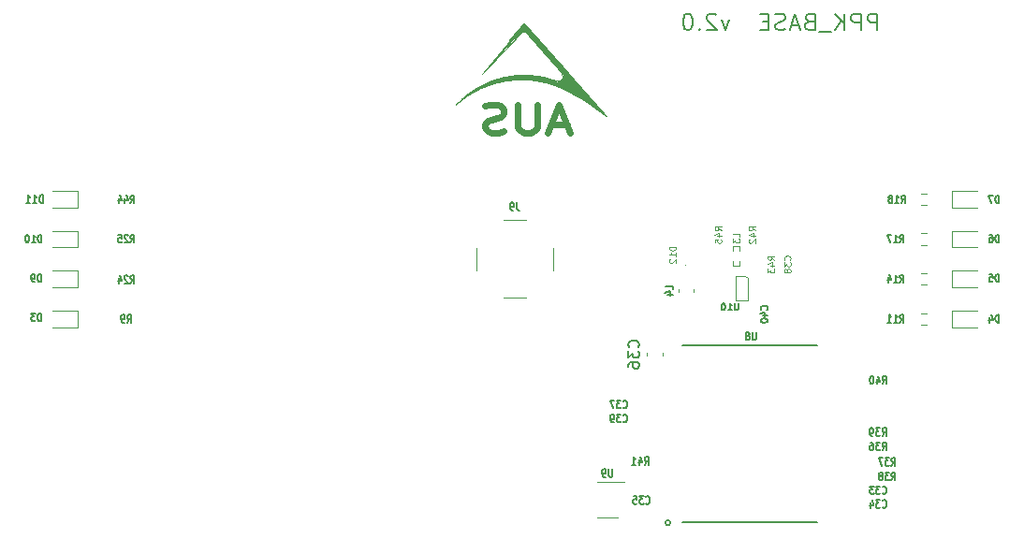
<source format=gbr>
G04 #@! TF.FileFunction,Legend,Bot*
%FSLAX46Y46*%
G04 Gerber Fmt 4.6, Leading zero omitted, Abs format (unit mm)*
G04 Created by KiCad (PCBNEW 4.0.7) date 05/21/18 17:19:51*
%MOMM*%
%LPD*%
G01*
G04 APERTURE LIST*
%ADD10C,0.100000*%
%ADD11C,0.200000*%
%ADD12C,0.150000*%
%ADD13C,0.120000*%
%ADD14C,0.040000*%
%ADD15C,0.190000*%
%ADD16C,0.500000*%
%ADD17C,0.130000*%
%ADD18C,0.625000*%
G04 APERTURE END LIST*
D10*
D11*
X177786999Y-64305571D02*
X177786999Y-62805571D01*
X177215571Y-62805571D01*
X177072713Y-62877000D01*
X177001285Y-62948429D01*
X176929856Y-63091286D01*
X176929856Y-63305571D01*
X177001285Y-63448429D01*
X177072713Y-63519857D01*
X177215571Y-63591286D01*
X177786999Y-63591286D01*
X176286999Y-64305571D02*
X176286999Y-62805571D01*
X175715571Y-62805571D01*
X175572713Y-62877000D01*
X175501285Y-62948429D01*
X175429856Y-63091286D01*
X175429856Y-63305571D01*
X175501285Y-63448429D01*
X175572713Y-63519857D01*
X175715571Y-63591286D01*
X176286999Y-63591286D01*
X174786999Y-64305571D02*
X174786999Y-62805571D01*
X173929856Y-64305571D02*
X174572713Y-63448429D01*
X173929856Y-62805571D02*
X174786999Y-63662714D01*
X173644142Y-64448429D02*
X172501285Y-64448429D01*
X171644142Y-63519857D02*
X171429856Y-63591286D01*
X171358428Y-63662714D01*
X171286999Y-63805571D01*
X171286999Y-64019857D01*
X171358428Y-64162714D01*
X171429856Y-64234143D01*
X171572714Y-64305571D01*
X172144142Y-64305571D01*
X172144142Y-62805571D01*
X171644142Y-62805571D01*
X171501285Y-62877000D01*
X171429856Y-62948429D01*
X171358428Y-63091286D01*
X171358428Y-63234143D01*
X171429856Y-63377000D01*
X171501285Y-63448429D01*
X171644142Y-63519857D01*
X172144142Y-63519857D01*
X170715571Y-63877000D02*
X170001285Y-63877000D01*
X170858428Y-64305571D02*
X170358428Y-62805571D01*
X169858428Y-64305571D01*
X169429857Y-64234143D02*
X169215571Y-64305571D01*
X168858428Y-64305571D01*
X168715571Y-64234143D01*
X168644142Y-64162714D01*
X168572714Y-64019857D01*
X168572714Y-63877000D01*
X168644142Y-63734143D01*
X168715571Y-63662714D01*
X168858428Y-63591286D01*
X169144142Y-63519857D01*
X169287000Y-63448429D01*
X169358428Y-63377000D01*
X169429857Y-63234143D01*
X169429857Y-63091286D01*
X169358428Y-62948429D01*
X169287000Y-62877000D01*
X169144142Y-62805571D01*
X168787000Y-62805571D01*
X168572714Y-62877000D01*
X167929857Y-63519857D02*
X167429857Y-63519857D01*
X167215571Y-64305571D02*
X167929857Y-64305571D01*
X167929857Y-62805571D01*
X167215571Y-62805571D01*
X164429857Y-63305571D02*
X164072714Y-64305571D01*
X163715572Y-63305571D01*
X163215572Y-62948429D02*
X163144143Y-62877000D01*
X163001286Y-62805571D01*
X162644143Y-62805571D01*
X162501286Y-62877000D01*
X162429857Y-62948429D01*
X162358429Y-63091286D01*
X162358429Y-63234143D01*
X162429857Y-63448429D01*
X163287000Y-64305571D01*
X162358429Y-64305571D01*
X161715572Y-64162714D02*
X161644144Y-64234143D01*
X161715572Y-64305571D01*
X161787001Y-64234143D01*
X161715572Y-64162714D01*
X161715572Y-64305571D01*
X160715572Y-62805571D02*
X160572715Y-62805571D01*
X160429858Y-62877000D01*
X160358429Y-62948429D01*
X160287000Y-63091286D01*
X160215572Y-63377000D01*
X160215572Y-63734143D01*
X160287000Y-64019857D01*
X160358429Y-64162714D01*
X160429858Y-64234143D01*
X160572715Y-64305571D01*
X160715572Y-64305571D01*
X160858429Y-64234143D01*
X160929858Y-64162714D01*
X161001286Y-64019857D01*
X161072715Y-63734143D01*
X161072715Y-63377000D01*
X161001286Y-63091286D01*
X160929858Y-62948429D01*
X160858429Y-62877000D01*
X160715572Y-62805571D01*
D10*
X160450000Y-85597500D02*
G75*
G03X160450000Y-85597500I-50000J0D01*
G01*
D12*
X159066607Y-108874500D02*
G75*
G03X159066607Y-108874500I-223607J0D01*
G01*
X160143000Y-92774500D02*
X172343000Y-92774500D01*
X172343000Y-108774500D02*
X160143000Y-108774500D01*
D13*
X159790000Y-87705000D02*
X159790000Y-88005000D01*
X161210000Y-87705000D02*
X161210000Y-88005000D01*
X182220000Y-89890000D02*
X181780000Y-89890000D01*
X182220000Y-90910000D02*
X181780000Y-90910000D01*
X182220000Y-86290000D02*
X181780000Y-86290000D01*
X182220000Y-87310000D02*
X181780000Y-87310000D01*
X182220000Y-82690000D02*
X181780000Y-82690000D01*
X182220000Y-83710000D02*
X181780000Y-83710000D01*
X182220000Y-79090000D02*
X181780000Y-79090000D01*
X182220000Y-80110000D02*
X181780000Y-80110000D01*
X166108380Y-86741000D02*
X165854380Y-86512400D01*
X166108380Y-86741000D02*
X166108380Y-88773000D01*
X164990780Y-86512400D02*
X164990780Y-88773000D01*
X164990780Y-86512400D02*
X165854380Y-86512400D01*
X166108380Y-88773000D02*
X164990780Y-88773000D01*
X154290600Y-108429700D02*
X152490600Y-108429700D01*
X152490600Y-105209700D02*
X154940600Y-105209700D01*
X144000000Y-88505200D02*
X146000000Y-88505200D01*
X148505200Y-86000000D02*
X148505200Y-84000000D01*
X146000000Y-81494800D02*
X144000000Y-81494800D01*
X141494800Y-84000000D02*
X141494800Y-86000000D01*
D14*
X164703800Y-83871700D02*
X164703800Y-84221700D01*
X165343800Y-83871700D02*
X164703800Y-83871700D01*
X165343800Y-84221700D02*
X165343800Y-83871700D01*
X164703800Y-85571700D02*
X164703800Y-85221700D01*
X165343800Y-85571700D02*
X164703800Y-85571700D01*
X165343800Y-85221700D02*
X165343800Y-85571700D01*
D13*
X156947800Y-93474400D02*
X156947800Y-93774400D01*
X158367800Y-93474400D02*
X158367800Y-93774400D01*
X103200000Y-89640000D02*
X105470000Y-89640000D01*
X105470000Y-89640000D02*
X105470000Y-91160000D01*
X105470000Y-91160000D02*
X103200000Y-91160000D01*
X186800000Y-91160000D02*
X184530000Y-91160000D01*
X184530000Y-91160000D02*
X184530000Y-89640000D01*
X184530000Y-89640000D02*
X186800000Y-89640000D01*
X186800000Y-87560000D02*
X184530000Y-87560000D01*
X184530000Y-87560000D02*
X184530000Y-86040000D01*
X184530000Y-86040000D02*
X186800000Y-86040000D01*
X186800000Y-83960000D02*
X184530000Y-83960000D01*
X184530000Y-83960000D02*
X184530000Y-82440000D01*
X184530000Y-82440000D02*
X186800000Y-82440000D01*
X186800000Y-80360000D02*
X184530000Y-80360000D01*
X184530000Y-80360000D02*
X184530000Y-78840000D01*
X184530000Y-78840000D02*
X186800000Y-78840000D01*
X103200000Y-86040000D02*
X105470000Y-86040000D01*
X105470000Y-86040000D02*
X105470000Y-87560000D01*
X105470000Y-87560000D02*
X103200000Y-87560000D01*
X103200000Y-82440000D02*
X105470000Y-82440000D01*
X105470000Y-82440000D02*
X105470000Y-83960000D01*
X105470000Y-83960000D02*
X103200000Y-83960000D01*
X103200000Y-78840000D02*
X105470000Y-78840000D01*
X105470000Y-78840000D02*
X105470000Y-80360000D01*
X105470000Y-80360000D02*
X103200000Y-80360000D01*
D12*
X140765500Y-70215500D02*
X141905500Y-69505500D01*
X144525500Y-68775500D02*
X142595500Y-69215500D01*
X141905500Y-69515500D02*
X143995500Y-68825500D01*
X146175500Y-68675500D02*
X143885500Y-68715500D01*
X144385500Y-68755500D02*
X146175500Y-68675500D01*
X143425500Y-69005500D02*
X145035500Y-68655500D01*
X146545500Y-68675500D02*
X145125500Y-68635500D01*
X146605500Y-68785500D02*
X144845500Y-68755500D01*
X147585500Y-68955500D02*
X146055500Y-68665500D01*
X152225500Y-71125500D02*
X150305500Y-69785500D01*
X150585500Y-70085500D02*
X152225500Y-71125500D01*
X151805500Y-70945500D02*
X150335500Y-69985500D01*
X152685500Y-71605500D02*
X151185500Y-70435500D01*
X152915500Y-71765500D02*
X150585500Y-69765500D01*
X145815500Y-64355500D02*
X145925500Y-64355500D01*
X146125500Y-64095500D02*
X145815500Y-64355500D01*
X145945500Y-64005500D02*
X146125500Y-64095500D01*
X145695500Y-64215500D02*
X145945500Y-64005500D01*
X145875500Y-63935500D02*
X145695500Y-64215500D01*
X144615500Y-65245500D02*
X145875500Y-63935500D01*
X145855500Y-63775500D02*
X144615500Y-65245500D01*
X146025500Y-64015500D02*
X145855500Y-63775500D01*
X145095500Y-65025500D02*
X146025500Y-64015500D01*
X149185500Y-68975500D02*
X149885500Y-68635500D01*
X149565500Y-69045500D02*
X149185500Y-68975500D01*
X150175500Y-69085500D02*
X149565500Y-69045500D01*
X149725500Y-68675500D02*
X150175500Y-69085500D01*
X150135500Y-69015500D02*
X149725500Y-68675500D01*
X149625500Y-68835500D02*
X150135500Y-69015500D01*
X150345500Y-69295500D02*
X149625500Y-68835500D01*
X149655500Y-69005500D02*
X150345500Y-69295500D01*
X150705500Y-69635500D02*
X149655500Y-69005500D01*
X149875500Y-68585500D02*
X150705500Y-69635500D01*
X151125500Y-69925500D02*
X149875500Y-68585500D01*
X149485500Y-69095500D02*
X151125500Y-69925500D01*
X149825500Y-68525500D02*
X149485500Y-69095500D01*
X149365500Y-69045500D02*
X149825500Y-68525500D01*
X149615500Y-68515500D02*
X149365500Y-69045500D01*
X149215500Y-69015500D02*
X149615500Y-68515500D01*
X149505500Y-68485500D02*
X149285500Y-69015500D01*
X149935500Y-68445500D02*
X149435500Y-68485500D01*
X151335500Y-70045500D02*
X149935500Y-68445500D01*
X151495500Y-70365500D02*
X151335500Y-70045500D01*
X152095500Y-70855500D02*
X151495500Y-70365500D01*
X151435500Y-70155500D02*
X152095500Y-70855500D01*
X151405500Y-70475500D02*
X151435500Y-70155500D01*
X151915500Y-70765500D02*
X151405500Y-70475500D01*
X152835500Y-71665500D02*
X151915500Y-70765500D01*
X152245500Y-71185500D02*
X152835500Y-71665500D01*
X151825500Y-70855500D02*
X152245500Y-71185500D01*
X151165500Y-70475500D02*
X151825500Y-70855500D01*
X151135500Y-70245500D02*
X151215500Y-70515500D01*
X148745500Y-69115500D02*
X151135500Y-70245500D01*
X148495500Y-69025500D02*
X148745500Y-69115500D01*
X147255500Y-68695500D02*
X148495500Y-69025500D01*
X146125500Y-68555500D02*
X147255500Y-68695500D01*
X145165500Y-68555500D02*
X146125500Y-68555500D01*
X143325500Y-68825500D02*
X145165500Y-68555500D01*
X141805500Y-69495500D02*
X143325500Y-68825500D01*
X142395500Y-69215500D02*
X141805500Y-69495500D01*
X143465500Y-68835500D02*
X142395500Y-69215500D01*
X144355500Y-68595500D02*
X143465500Y-68835500D01*
X145245500Y-68475500D02*
X144355500Y-68595500D01*
X146085500Y-68475500D02*
X145245500Y-68475500D01*
X146935500Y-68525500D02*
X146085500Y-68475500D01*
X147975500Y-68735500D02*
X146935500Y-68525500D01*
X148815500Y-69015500D02*
X147975500Y-68735500D01*
X148715500Y-69285500D02*
X148815500Y-69015500D01*
X148895500Y-69255500D02*
X148715500Y-69285500D01*
X148545500Y-69165500D02*
X148895500Y-69255500D01*
D15*
X147365500Y-68855500D02*
X148545500Y-69165500D01*
D12*
X146595500Y-68745500D02*
X147365500Y-68855500D01*
X145725500Y-68665500D02*
X146595500Y-68745500D01*
X145095500Y-68695500D02*
X145725500Y-68665500D01*
X144295500Y-68775500D02*
X145095500Y-68695500D01*
X143775500Y-68875500D02*
X144295500Y-68775500D01*
X143225500Y-69005500D02*
X143775500Y-68875500D01*
X142785500Y-69145500D02*
X143225500Y-69005500D01*
X142245500Y-69365500D02*
X142785500Y-69145500D01*
X140234254Y-70584400D02*
G75*
G02X142248942Y-69395500I3394688J-3451100D01*
G01*
D11*
X145605500Y-64275500D02*
X143105500Y-67075500D01*
D16*
X149705500Y-68375500D02*
X146205500Y-64375500D01*
X151205500Y-70275500D02*
X149005500Y-69175500D01*
D10*
X142048905Y-68280404D02*
X145853776Y-63650148D01*
X145853776Y-63650148D02*
X153257142Y-72075494D01*
X148829890Y-68912466D02*
G75*
G03X149277541Y-68278850I143332J373677D01*
G01*
X146114649Y-64575948D02*
G75*
G03X145577289Y-64561903I-275003J-234898D01*
G01*
X153257137Y-72075496D02*
G75*
G03X149300167Y-69581315I-11191005J-13368399D01*
G01*
X148829891Y-68912470D02*
G75*
G03X139704559Y-71058581I-2984889J-7781814D01*
G01*
D13*
X149297792Y-69580230D02*
G75*
G03X139704557Y-71058577I-3669190J-8055231D01*
G01*
D10*
X146114655Y-64575952D02*
X149277543Y-68278848D01*
X142048905Y-68280404D02*
X145577302Y-64561906D01*
D13*
X159571429Y-83883928D02*
X158971429Y-83883928D01*
X158971429Y-84026785D01*
X159000000Y-84112500D01*
X159057143Y-84169642D01*
X159114286Y-84198214D01*
X159228571Y-84226785D01*
X159314286Y-84226785D01*
X159428571Y-84198214D01*
X159485714Y-84169642D01*
X159542857Y-84112500D01*
X159571429Y-84026785D01*
X159571429Y-83883928D01*
X159571429Y-84798214D02*
X159571429Y-84455357D01*
X159571429Y-84626785D02*
X158971429Y-84626785D01*
X159057143Y-84569642D01*
X159114286Y-84512500D01*
X159142857Y-84455357D01*
X159028571Y-85026786D02*
X159000000Y-85055357D01*
X158971429Y-85112500D01*
X158971429Y-85255357D01*
X159000000Y-85312500D01*
X159028571Y-85341071D01*
X159085714Y-85369643D01*
X159142857Y-85369643D01*
X159228571Y-85341071D01*
X159571429Y-84998214D01*
X159571429Y-85369643D01*
D17*
X166827143Y-91628167D02*
X166827143Y-92194833D01*
X166798571Y-92261500D01*
X166770000Y-92294833D01*
X166712857Y-92328167D01*
X166598571Y-92328167D01*
X166541429Y-92294833D01*
X166512857Y-92261500D01*
X166484286Y-92194833D01*
X166484286Y-91628167D01*
X166112858Y-91928167D02*
X166170000Y-91894833D01*
X166198572Y-91861500D01*
X166227143Y-91794833D01*
X166227143Y-91761500D01*
X166198572Y-91694833D01*
X166170000Y-91661500D01*
X166112858Y-91628167D01*
X165998572Y-91628167D01*
X165941429Y-91661500D01*
X165912858Y-91694833D01*
X165884286Y-91761500D01*
X165884286Y-91794833D01*
X165912858Y-91861500D01*
X165941429Y-91894833D01*
X165998572Y-91928167D01*
X166112858Y-91928167D01*
X166170000Y-91961500D01*
X166198572Y-91994833D01*
X166227143Y-92061500D01*
X166227143Y-92194833D01*
X166198572Y-92261500D01*
X166170000Y-92294833D01*
X166112858Y-92328167D01*
X165998572Y-92328167D01*
X165941429Y-92294833D01*
X165912858Y-92261500D01*
X165884286Y-92194833D01*
X165884286Y-92061500D01*
X165912858Y-91994833D01*
X165941429Y-91961500D01*
X165998572Y-91928167D01*
D13*
X169886286Y-85085285D02*
X169914857Y-85056714D01*
X169943429Y-84971000D01*
X169943429Y-84913857D01*
X169914857Y-84828142D01*
X169857714Y-84771000D01*
X169800571Y-84742428D01*
X169686286Y-84713857D01*
X169600571Y-84713857D01*
X169486286Y-84742428D01*
X169429143Y-84771000D01*
X169372000Y-84828142D01*
X169343429Y-84913857D01*
X169343429Y-84971000D01*
X169372000Y-85056714D01*
X169400571Y-85085285D01*
X169343429Y-85285285D02*
X169343429Y-85656714D01*
X169572000Y-85456714D01*
X169572000Y-85542428D01*
X169600571Y-85599571D01*
X169629143Y-85628142D01*
X169686286Y-85656714D01*
X169829143Y-85656714D01*
X169886286Y-85628142D01*
X169914857Y-85599571D01*
X169943429Y-85542428D01*
X169943429Y-85371000D01*
X169914857Y-85313857D01*
X169886286Y-85285285D01*
X169600571Y-85999571D02*
X169572000Y-85942429D01*
X169543429Y-85913857D01*
X169486286Y-85885286D01*
X169457714Y-85885286D01*
X169400571Y-85913857D01*
X169372000Y-85942429D01*
X169343429Y-85999571D01*
X169343429Y-86113857D01*
X169372000Y-86171000D01*
X169400571Y-86199571D01*
X169457714Y-86228143D01*
X169486286Y-86228143D01*
X169543429Y-86199571D01*
X169572000Y-86171000D01*
X169600571Y-86113857D01*
X169600571Y-85999571D01*
X169629143Y-85942429D01*
X169657714Y-85913857D01*
X169714857Y-85885286D01*
X169829143Y-85885286D01*
X169886286Y-85913857D01*
X169914857Y-85942429D01*
X169943429Y-85999571D01*
X169943429Y-86113857D01*
X169914857Y-86171000D01*
X169886286Y-86199571D01*
X169829143Y-86228143D01*
X169714857Y-86228143D01*
X169657714Y-86199571D01*
X169629143Y-86171000D01*
X169600571Y-86113857D01*
D17*
X154785815Y-98421000D02*
X154814386Y-98454333D01*
X154900100Y-98487667D01*
X154957243Y-98487667D01*
X155042958Y-98454333D01*
X155100100Y-98387667D01*
X155128672Y-98321000D01*
X155157243Y-98187667D01*
X155157243Y-98087667D01*
X155128672Y-97954333D01*
X155100100Y-97887667D01*
X155042958Y-97821000D01*
X154957243Y-97787667D01*
X154900100Y-97787667D01*
X154814386Y-97821000D01*
X154785815Y-97854333D01*
X154585815Y-97787667D02*
X154214386Y-97787667D01*
X154414386Y-98054333D01*
X154328672Y-98054333D01*
X154271529Y-98087667D01*
X154242958Y-98121000D01*
X154214386Y-98187667D01*
X154214386Y-98354333D01*
X154242958Y-98421000D01*
X154271529Y-98454333D01*
X154328672Y-98487667D01*
X154500100Y-98487667D01*
X154557243Y-98454333D01*
X154585815Y-98421000D01*
X154014386Y-97787667D02*
X153614386Y-97787667D01*
X153871529Y-98487667D01*
X154792315Y-99691000D02*
X154820886Y-99724333D01*
X154906600Y-99757667D01*
X154963743Y-99757667D01*
X155049458Y-99724333D01*
X155106600Y-99657667D01*
X155135172Y-99591000D01*
X155163743Y-99457667D01*
X155163743Y-99357667D01*
X155135172Y-99224333D01*
X155106600Y-99157667D01*
X155049458Y-99091000D01*
X154963743Y-99057667D01*
X154906600Y-99057667D01*
X154820886Y-99091000D01*
X154792315Y-99124333D01*
X154592315Y-99057667D02*
X154220886Y-99057667D01*
X154420886Y-99324333D01*
X154335172Y-99324333D01*
X154278029Y-99357667D01*
X154249458Y-99391000D01*
X154220886Y-99457667D01*
X154220886Y-99624333D01*
X154249458Y-99691000D01*
X154278029Y-99724333D01*
X154335172Y-99757667D01*
X154506600Y-99757667D01*
X154563743Y-99724333D01*
X154592315Y-99691000D01*
X153935171Y-99757667D02*
X153820886Y-99757667D01*
X153763743Y-99724333D01*
X153735171Y-99691000D01*
X153678029Y-99591000D01*
X153649457Y-99457667D01*
X153649457Y-99191000D01*
X153678029Y-99124333D01*
X153706600Y-99091000D01*
X153763743Y-99057667D01*
X153878029Y-99057667D01*
X153935171Y-99091000D01*
X153963743Y-99124333D01*
X153992314Y-99191000D01*
X153992314Y-99357667D01*
X153963743Y-99424333D01*
X153935171Y-99457667D01*
X153878029Y-99491000D01*
X153763743Y-99491000D01*
X153706600Y-99457667D01*
X153678029Y-99424333D01*
X153649457Y-99357667D01*
X178252875Y-106185780D02*
X178281446Y-106219113D01*
X178367160Y-106252447D01*
X178424303Y-106252447D01*
X178510018Y-106219113D01*
X178567160Y-106152447D01*
X178595732Y-106085780D01*
X178624303Y-105952447D01*
X178624303Y-105852447D01*
X178595732Y-105719113D01*
X178567160Y-105652447D01*
X178510018Y-105585780D01*
X178424303Y-105552447D01*
X178367160Y-105552447D01*
X178281446Y-105585780D01*
X178252875Y-105619113D01*
X178052875Y-105552447D02*
X177681446Y-105552447D01*
X177881446Y-105819113D01*
X177795732Y-105819113D01*
X177738589Y-105852447D01*
X177710018Y-105885780D01*
X177681446Y-105952447D01*
X177681446Y-106119113D01*
X177710018Y-106185780D01*
X177738589Y-106219113D01*
X177795732Y-106252447D01*
X177967160Y-106252447D01*
X178024303Y-106219113D01*
X178052875Y-106185780D01*
X177481446Y-105552447D02*
X177110017Y-105552447D01*
X177310017Y-105819113D01*
X177224303Y-105819113D01*
X177167160Y-105852447D01*
X177138589Y-105885780D01*
X177110017Y-105952447D01*
X177110017Y-106119113D01*
X177138589Y-106185780D01*
X177167160Y-106219113D01*
X177224303Y-106252447D01*
X177395731Y-106252447D01*
X177452874Y-106219113D01*
X177481446Y-106185780D01*
X167790786Y-89593785D02*
X167819357Y-89565214D01*
X167847929Y-89479500D01*
X167847929Y-89422357D01*
X167819357Y-89336642D01*
X167762214Y-89279500D01*
X167705071Y-89250928D01*
X167590786Y-89222357D01*
X167505071Y-89222357D01*
X167390786Y-89250928D01*
X167333643Y-89279500D01*
X167276500Y-89336642D01*
X167247929Y-89422357D01*
X167247929Y-89479500D01*
X167276500Y-89565214D01*
X167305071Y-89593785D01*
X167447929Y-90108071D02*
X167847929Y-90108071D01*
X167219357Y-89965214D02*
X167647929Y-89822357D01*
X167647929Y-90193785D01*
X167247929Y-90536643D02*
X167247929Y-90593786D01*
X167276500Y-90650929D01*
X167305071Y-90679500D01*
X167362214Y-90708071D01*
X167476500Y-90736643D01*
X167619357Y-90736643D01*
X167733643Y-90708071D01*
X167790786Y-90679500D01*
X167819357Y-90650929D01*
X167847929Y-90593786D01*
X167847929Y-90536643D01*
X167819357Y-90479500D01*
X167790786Y-90450929D01*
X167733643Y-90422357D01*
X167619357Y-90393786D01*
X167476500Y-90393786D01*
X167362214Y-90422357D01*
X167305071Y-90450929D01*
X167276500Y-90479500D01*
X167247929Y-90536643D01*
X156849715Y-107095100D02*
X156878286Y-107128433D01*
X156964000Y-107161767D01*
X157021143Y-107161767D01*
X157106858Y-107128433D01*
X157164000Y-107061767D01*
X157192572Y-106995100D01*
X157221143Y-106861767D01*
X157221143Y-106761767D01*
X157192572Y-106628433D01*
X157164000Y-106561767D01*
X157106858Y-106495100D01*
X157021143Y-106461767D01*
X156964000Y-106461767D01*
X156878286Y-106495100D01*
X156849715Y-106528433D01*
X156649715Y-106461767D02*
X156278286Y-106461767D01*
X156478286Y-106728433D01*
X156392572Y-106728433D01*
X156335429Y-106761767D01*
X156306858Y-106795100D01*
X156278286Y-106861767D01*
X156278286Y-107028433D01*
X156306858Y-107095100D01*
X156335429Y-107128433D01*
X156392572Y-107161767D01*
X156564000Y-107161767D01*
X156621143Y-107128433D01*
X156649715Y-107095100D01*
X155735429Y-106461767D02*
X156021143Y-106461767D01*
X156049714Y-106795100D01*
X156021143Y-106761767D01*
X155964000Y-106728433D01*
X155821143Y-106728433D01*
X155764000Y-106761767D01*
X155735429Y-106795100D01*
X155706857Y-106861767D01*
X155706857Y-107028433D01*
X155735429Y-107095100D01*
X155764000Y-107128433D01*
X155821143Y-107161767D01*
X155964000Y-107161767D01*
X156021143Y-107128433D01*
X156049714Y-107095100D01*
X178260495Y-107438000D02*
X178289066Y-107471333D01*
X178374780Y-107504667D01*
X178431923Y-107504667D01*
X178517638Y-107471333D01*
X178574780Y-107404667D01*
X178603352Y-107338000D01*
X178631923Y-107204667D01*
X178631923Y-107104667D01*
X178603352Y-106971333D01*
X178574780Y-106904667D01*
X178517638Y-106838000D01*
X178431923Y-106804667D01*
X178374780Y-106804667D01*
X178289066Y-106838000D01*
X178260495Y-106871333D01*
X178060495Y-106804667D02*
X177689066Y-106804667D01*
X177889066Y-107071333D01*
X177803352Y-107071333D01*
X177746209Y-107104667D01*
X177717638Y-107138000D01*
X177689066Y-107204667D01*
X177689066Y-107371333D01*
X177717638Y-107438000D01*
X177746209Y-107471333D01*
X177803352Y-107504667D01*
X177974780Y-107504667D01*
X178031923Y-107471333D01*
X178060495Y-107438000D01*
X177174780Y-107038000D02*
X177174780Y-107504667D01*
X177317637Y-106771333D02*
X177460494Y-107271333D01*
X177089066Y-107271333D01*
X159292667Y-87755000D02*
X159292667Y-87469286D01*
X158592667Y-87469286D01*
X158826000Y-88212143D02*
X159292667Y-88212143D01*
X158559333Y-88069286D02*
X159059333Y-87926429D01*
X159059333Y-88297857D01*
X179836715Y-90740667D02*
X180036715Y-90407333D01*
X180179572Y-90740667D02*
X180179572Y-90040667D01*
X179951000Y-90040667D01*
X179893858Y-90074000D01*
X179865286Y-90107333D01*
X179836715Y-90174000D01*
X179836715Y-90274000D01*
X179865286Y-90340667D01*
X179893858Y-90374000D01*
X179951000Y-90407333D01*
X180179572Y-90407333D01*
X179265286Y-90740667D02*
X179608143Y-90740667D01*
X179436715Y-90740667D02*
X179436715Y-90040667D01*
X179493858Y-90140667D01*
X179551000Y-90207333D01*
X179608143Y-90240667D01*
X178693857Y-90740667D02*
X179036714Y-90740667D01*
X178865286Y-90740667D02*
X178865286Y-90040667D01*
X178922429Y-90140667D01*
X178979571Y-90207333D01*
X179036714Y-90240667D01*
X179836715Y-87121167D02*
X180036715Y-86787833D01*
X180179572Y-87121167D02*
X180179572Y-86421167D01*
X179951000Y-86421167D01*
X179893858Y-86454500D01*
X179865286Y-86487833D01*
X179836715Y-86554500D01*
X179836715Y-86654500D01*
X179865286Y-86721167D01*
X179893858Y-86754500D01*
X179951000Y-86787833D01*
X180179572Y-86787833D01*
X179265286Y-87121167D02*
X179608143Y-87121167D01*
X179436715Y-87121167D02*
X179436715Y-86421167D01*
X179493858Y-86521167D01*
X179551000Y-86587833D01*
X179608143Y-86621167D01*
X178751000Y-86654500D02*
X178751000Y-87121167D01*
X178893857Y-86387833D02*
X179036714Y-86887833D01*
X178665286Y-86887833D01*
X179836715Y-83501667D02*
X180036715Y-83168333D01*
X180179572Y-83501667D02*
X180179572Y-82801667D01*
X179951000Y-82801667D01*
X179893858Y-82835000D01*
X179865286Y-82868333D01*
X179836715Y-82935000D01*
X179836715Y-83035000D01*
X179865286Y-83101667D01*
X179893858Y-83135000D01*
X179951000Y-83168333D01*
X180179572Y-83168333D01*
X179265286Y-83501667D02*
X179608143Y-83501667D01*
X179436715Y-83501667D02*
X179436715Y-82801667D01*
X179493858Y-82901667D01*
X179551000Y-82968333D01*
X179608143Y-83001667D01*
X179065286Y-82801667D02*
X178665286Y-82801667D01*
X178922429Y-83501667D01*
X179963715Y-79945667D02*
X180163715Y-79612333D01*
X180306572Y-79945667D02*
X180306572Y-79245667D01*
X180078000Y-79245667D01*
X180020858Y-79279000D01*
X179992286Y-79312333D01*
X179963715Y-79379000D01*
X179963715Y-79479000D01*
X179992286Y-79545667D01*
X180020858Y-79579000D01*
X180078000Y-79612333D01*
X180306572Y-79612333D01*
X179392286Y-79945667D02*
X179735143Y-79945667D01*
X179563715Y-79945667D02*
X179563715Y-79245667D01*
X179620858Y-79345667D01*
X179678000Y-79412333D01*
X179735143Y-79445667D01*
X179049429Y-79545667D02*
X179106571Y-79512333D01*
X179135143Y-79479000D01*
X179163714Y-79412333D01*
X179163714Y-79379000D01*
X179135143Y-79312333D01*
X179106571Y-79279000D01*
X179049429Y-79245667D01*
X178935143Y-79245667D01*
X178878000Y-79279000D01*
X178849429Y-79312333D01*
X178820857Y-79379000D01*
X178820857Y-79412333D01*
X178849429Y-79479000D01*
X178878000Y-79512333D01*
X178935143Y-79545667D01*
X179049429Y-79545667D01*
X179106571Y-79579000D01*
X179135143Y-79612333D01*
X179163714Y-79679000D01*
X179163714Y-79812333D01*
X179135143Y-79879000D01*
X179106571Y-79912333D01*
X179049429Y-79945667D01*
X178935143Y-79945667D01*
X178878000Y-79912333D01*
X178849429Y-79879000D01*
X178820857Y-79812333D01*
X178820857Y-79679000D01*
X178849429Y-79612333D01*
X178878000Y-79579000D01*
X178935143Y-79545667D01*
X109955000Y-90740667D02*
X110155000Y-90407333D01*
X110297857Y-90740667D02*
X110297857Y-90040667D01*
X110069285Y-90040667D01*
X110012143Y-90074000D01*
X109983571Y-90107333D01*
X109955000Y-90174000D01*
X109955000Y-90274000D01*
X109983571Y-90340667D01*
X110012143Y-90374000D01*
X110069285Y-90407333D01*
X110297857Y-90407333D01*
X109669285Y-90740667D02*
X109555000Y-90740667D01*
X109497857Y-90707333D01*
X109469285Y-90674000D01*
X109412143Y-90574000D01*
X109383571Y-90440667D01*
X109383571Y-90174000D01*
X109412143Y-90107333D01*
X109440714Y-90074000D01*
X109497857Y-90040667D01*
X109612143Y-90040667D01*
X109669285Y-90074000D01*
X109697857Y-90107333D01*
X109726428Y-90174000D01*
X109726428Y-90340667D01*
X109697857Y-90407333D01*
X109669285Y-90440667D01*
X109612143Y-90474000D01*
X109497857Y-90474000D01*
X109440714Y-90440667D01*
X109412143Y-90407333D01*
X109383571Y-90340667D01*
X110240715Y-87184667D02*
X110440715Y-86851333D01*
X110583572Y-87184667D02*
X110583572Y-86484667D01*
X110355000Y-86484667D01*
X110297858Y-86518000D01*
X110269286Y-86551333D01*
X110240715Y-86618000D01*
X110240715Y-86718000D01*
X110269286Y-86784667D01*
X110297858Y-86818000D01*
X110355000Y-86851333D01*
X110583572Y-86851333D01*
X110012143Y-86551333D02*
X109983572Y-86518000D01*
X109926429Y-86484667D01*
X109783572Y-86484667D01*
X109726429Y-86518000D01*
X109697858Y-86551333D01*
X109669286Y-86618000D01*
X109669286Y-86684667D01*
X109697858Y-86784667D01*
X110040715Y-87184667D01*
X109669286Y-87184667D01*
X109155000Y-86718000D02*
X109155000Y-87184667D01*
X109297857Y-86451333D02*
X109440714Y-86951333D01*
X109069286Y-86951333D01*
X110240715Y-83501667D02*
X110440715Y-83168333D01*
X110583572Y-83501667D02*
X110583572Y-82801667D01*
X110355000Y-82801667D01*
X110297858Y-82835000D01*
X110269286Y-82868333D01*
X110240715Y-82935000D01*
X110240715Y-83035000D01*
X110269286Y-83101667D01*
X110297858Y-83135000D01*
X110355000Y-83168333D01*
X110583572Y-83168333D01*
X110012143Y-82868333D02*
X109983572Y-82835000D01*
X109926429Y-82801667D01*
X109783572Y-82801667D01*
X109726429Y-82835000D01*
X109697858Y-82868333D01*
X109669286Y-82935000D01*
X109669286Y-83001667D01*
X109697858Y-83101667D01*
X110040715Y-83501667D01*
X109669286Y-83501667D01*
X109126429Y-82801667D02*
X109412143Y-82801667D01*
X109440714Y-83135000D01*
X109412143Y-83101667D01*
X109355000Y-83068333D01*
X109212143Y-83068333D01*
X109155000Y-83101667D01*
X109126429Y-83135000D01*
X109097857Y-83201667D01*
X109097857Y-83368333D01*
X109126429Y-83435000D01*
X109155000Y-83468333D01*
X109212143Y-83501667D01*
X109355000Y-83501667D01*
X109412143Y-83468333D01*
X109440714Y-83435000D01*
X178255415Y-96303267D02*
X178455415Y-95969933D01*
X178598272Y-96303267D02*
X178598272Y-95603267D01*
X178369700Y-95603267D01*
X178312558Y-95636600D01*
X178283986Y-95669933D01*
X178255415Y-95736600D01*
X178255415Y-95836600D01*
X178283986Y-95903267D01*
X178312558Y-95936600D01*
X178369700Y-95969933D01*
X178598272Y-95969933D01*
X177741129Y-95836600D02*
X177741129Y-96303267D01*
X177883986Y-95569933D02*
X178026843Y-96069933D01*
X177655415Y-96069933D01*
X177312557Y-95603267D02*
X177255414Y-95603267D01*
X177198271Y-95636600D01*
X177169700Y-95669933D01*
X177141129Y-95736600D01*
X177112557Y-95869933D01*
X177112557Y-96036600D01*
X177141129Y-96169933D01*
X177169700Y-96236600D01*
X177198271Y-96269933D01*
X177255414Y-96303267D01*
X177312557Y-96303267D01*
X177369700Y-96269933D01*
X177398271Y-96236600D01*
X177426843Y-96169933D01*
X177455414Y-96036600D01*
X177455414Y-95869933D01*
X177426843Y-95736600D01*
X177398271Y-95669933D01*
X177369700Y-95636600D01*
X177312557Y-95603267D01*
X178242715Y-101002267D02*
X178442715Y-100668933D01*
X178585572Y-101002267D02*
X178585572Y-100302267D01*
X178357000Y-100302267D01*
X178299858Y-100335600D01*
X178271286Y-100368933D01*
X178242715Y-100435600D01*
X178242715Y-100535600D01*
X178271286Y-100602267D01*
X178299858Y-100635600D01*
X178357000Y-100668933D01*
X178585572Y-100668933D01*
X178042715Y-100302267D02*
X177671286Y-100302267D01*
X177871286Y-100568933D01*
X177785572Y-100568933D01*
X177728429Y-100602267D01*
X177699858Y-100635600D01*
X177671286Y-100702267D01*
X177671286Y-100868933D01*
X177699858Y-100935600D01*
X177728429Y-100968933D01*
X177785572Y-101002267D01*
X177957000Y-101002267D01*
X178014143Y-100968933D01*
X178042715Y-100935600D01*
X177385571Y-101002267D02*
X177271286Y-101002267D01*
X177214143Y-100968933D01*
X177185571Y-100935600D01*
X177128429Y-100835600D01*
X177099857Y-100702267D01*
X177099857Y-100435600D01*
X177128429Y-100368933D01*
X177157000Y-100335600D01*
X177214143Y-100302267D01*
X177328429Y-100302267D01*
X177385571Y-100335600D01*
X177414143Y-100368933D01*
X177442714Y-100435600D01*
X177442714Y-100602267D01*
X177414143Y-100668933D01*
X177385571Y-100702267D01*
X177328429Y-100735600D01*
X177214143Y-100735600D01*
X177157000Y-100702267D01*
X177128429Y-100668933D01*
X177099857Y-100602267D01*
X178242715Y-102297667D02*
X178442715Y-101964333D01*
X178585572Y-102297667D02*
X178585572Y-101597667D01*
X178357000Y-101597667D01*
X178299858Y-101631000D01*
X178271286Y-101664333D01*
X178242715Y-101731000D01*
X178242715Y-101831000D01*
X178271286Y-101897667D01*
X178299858Y-101931000D01*
X178357000Y-101964333D01*
X178585572Y-101964333D01*
X178042715Y-101597667D02*
X177671286Y-101597667D01*
X177871286Y-101864333D01*
X177785572Y-101864333D01*
X177728429Y-101897667D01*
X177699858Y-101931000D01*
X177671286Y-101997667D01*
X177671286Y-102164333D01*
X177699858Y-102231000D01*
X177728429Y-102264333D01*
X177785572Y-102297667D01*
X177957000Y-102297667D01*
X178014143Y-102264333D01*
X178042715Y-102231000D01*
X177157000Y-101597667D02*
X177271286Y-101597667D01*
X177328429Y-101631000D01*
X177357000Y-101664333D01*
X177414143Y-101764333D01*
X177442714Y-101897667D01*
X177442714Y-102164333D01*
X177414143Y-102231000D01*
X177385571Y-102264333D01*
X177328429Y-102297667D01*
X177214143Y-102297667D01*
X177157000Y-102264333D01*
X177128429Y-102231000D01*
X177099857Y-102164333D01*
X177099857Y-101997667D01*
X177128429Y-101931000D01*
X177157000Y-101897667D01*
X177214143Y-101864333D01*
X177328429Y-101864333D01*
X177385571Y-101897667D01*
X177414143Y-101931000D01*
X177442714Y-101997667D01*
D13*
X166768429Y-82418285D02*
X166482714Y-82218285D01*
X166768429Y-82075428D02*
X166168429Y-82075428D01*
X166168429Y-82304000D01*
X166197000Y-82361142D01*
X166225571Y-82389714D01*
X166282714Y-82418285D01*
X166368429Y-82418285D01*
X166425571Y-82389714D01*
X166454143Y-82361142D01*
X166482714Y-82304000D01*
X166482714Y-82075428D01*
X166368429Y-82932571D02*
X166768429Y-82932571D01*
X166139857Y-82789714D02*
X166568429Y-82646857D01*
X166568429Y-83018285D01*
X166225571Y-83218286D02*
X166197000Y-83246857D01*
X166168429Y-83304000D01*
X166168429Y-83446857D01*
X166197000Y-83504000D01*
X166225571Y-83532571D01*
X166282714Y-83561143D01*
X166339857Y-83561143D01*
X166425571Y-83532571D01*
X166768429Y-83189714D01*
X166768429Y-83561143D01*
X168482929Y-85085285D02*
X168197214Y-84885285D01*
X168482929Y-84742428D02*
X167882929Y-84742428D01*
X167882929Y-84971000D01*
X167911500Y-85028142D01*
X167940071Y-85056714D01*
X167997214Y-85085285D01*
X168082929Y-85085285D01*
X168140071Y-85056714D01*
X168168643Y-85028142D01*
X168197214Y-84971000D01*
X168197214Y-84742428D01*
X168082929Y-85599571D02*
X168482929Y-85599571D01*
X167854357Y-85456714D02*
X168282929Y-85313857D01*
X168282929Y-85685285D01*
X167882929Y-85856714D02*
X167882929Y-86228143D01*
X168111500Y-86028143D01*
X168111500Y-86113857D01*
X168140071Y-86171000D01*
X168168643Y-86199571D01*
X168225786Y-86228143D01*
X168368643Y-86228143D01*
X168425786Y-86199571D01*
X168454357Y-86171000D01*
X168482929Y-86113857D01*
X168482929Y-85942429D01*
X168454357Y-85885286D01*
X168425786Y-85856714D01*
X163695029Y-82418285D02*
X163409314Y-82218285D01*
X163695029Y-82075428D02*
X163095029Y-82075428D01*
X163095029Y-82304000D01*
X163123600Y-82361142D01*
X163152171Y-82389714D01*
X163209314Y-82418285D01*
X163295029Y-82418285D01*
X163352171Y-82389714D01*
X163380743Y-82361142D01*
X163409314Y-82304000D01*
X163409314Y-82075428D01*
X163295029Y-82932571D02*
X163695029Y-82932571D01*
X163066457Y-82789714D02*
X163495029Y-82646857D01*
X163495029Y-83018285D01*
X163095029Y-83532571D02*
X163095029Y-83246857D01*
X163380743Y-83218286D01*
X163352171Y-83246857D01*
X163323600Y-83304000D01*
X163323600Y-83446857D01*
X163352171Y-83504000D01*
X163380743Y-83532571D01*
X163437886Y-83561143D01*
X163580743Y-83561143D01*
X163637886Y-83532571D01*
X163666457Y-83504000D01*
X163695029Y-83446857D01*
X163695029Y-83304000D01*
X163666457Y-83246857D01*
X163637886Y-83218286D01*
D17*
X179068215Y-103689587D02*
X179268215Y-103356253D01*
X179411072Y-103689587D02*
X179411072Y-102989587D01*
X179182500Y-102989587D01*
X179125358Y-103022920D01*
X179096786Y-103056253D01*
X179068215Y-103122920D01*
X179068215Y-103222920D01*
X179096786Y-103289587D01*
X179125358Y-103322920D01*
X179182500Y-103356253D01*
X179411072Y-103356253D01*
X178868215Y-102989587D02*
X178496786Y-102989587D01*
X178696786Y-103256253D01*
X178611072Y-103256253D01*
X178553929Y-103289587D01*
X178525358Y-103322920D01*
X178496786Y-103389587D01*
X178496786Y-103556253D01*
X178525358Y-103622920D01*
X178553929Y-103656253D01*
X178611072Y-103689587D01*
X178782500Y-103689587D01*
X178839643Y-103656253D01*
X178868215Y-103622920D01*
X178296786Y-102989587D02*
X177896786Y-102989587D01*
X178153929Y-103689587D01*
X156735415Y-103618467D02*
X156935415Y-103285133D01*
X157078272Y-103618467D02*
X157078272Y-102918467D01*
X156849700Y-102918467D01*
X156792558Y-102951800D01*
X156763986Y-102985133D01*
X156735415Y-103051800D01*
X156735415Y-103151800D01*
X156763986Y-103218467D01*
X156792558Y-103251800D01*
X156849700Y-103285133D01*
X157078272Y-103285133D01*
X156221129Y-103151800D02*
X156221129Y-103618467D01*
X156363986Y-102885133D02*
X156506843Y-103385133D01*
X156135415Y-103385133D01*
X155592557Y-103618467D02*
X155935414Y-103618467D01*
X155763986Y-103618467D02*
X155763986Y-102918467D01*
X155821129Y-103018467D01*
X155878271Y-103085133D01*
X155935414Y-103118467D01*
X179068215Y-105002767D02*
X179268215Y-104669433D01*
X179411072Y-105002767D02*
X179411072Y-104302767D01*
X179182500Y-104302767D01*
X179125358Y-104336100D01*
X179096786Y-104369433D01*
X179068215Y-104436100D01*
X179068215Y-104536100D01*
X179096786Y-104602767D01*
X179125358Y-104636100D01*
X179182500Y-104669433D01*
X179411072Y-104669433D01*
X178868215Y-104302767D02*
X178496786Y-104302767D01*
X178696786Y-104569433D01*
X178611072Y-104569433D01*
X178553929Y-104602767D01*
X178525358Y-104636100D01*
X178496786Y-104702767D01*
X178496786Y-104869433D01*
X178525358Y-104936100D01*
X178553929Y-104969433D01*
X178611072Y-105002767D01*
X178782500Y-105002767D01*
X178839643Y-104969433D01*
X178868215Y-104936100D01*
X178153929Y-104602767D02*
X178211071Y-104569433D01*
X178239643Y-104536100D01*
X178268214Y-104469433D01*
X178268214Y-104436100D01*
X178239643Y-104369433D01*
X178211071Y-104336100D01*
X178153929Y-104302767D01*
X178039643Y-104302767D01*
X177982500Y-104336100D01*
X177953929Y-104369433D01*
X177925357Y-104436100D01*
X177925357Y-104469433D01*
X177953929Y-104536100D01*
X177982500Y-104569433D01*
X178039643Y-104602767D01*
X178153929Y-104602767D01*
X178211071Y-104636100D01*
X178239643Y-104669433D01*
X178268214Y-104736100D01*
X178268214Y-104869433D01*
X178239643Y-104936100D01*
X178211071Y-104969433D01*
X178153929Y-105002767D01*
X178039643Y-105002767D01*
X177982500Y-104969433D01*
X177953929Y-104936100D01*
X177925357Y-104869433D01*
X177925357Y-104736100D01*
X177953929Y-104669433D01*
X177982500Y-104636100D01*
X178039643Y-104602767D01*
X110240715Y-79945667D02*
X110440715Y-79612333D01*
X110583572Y-79945667D02*
X110583572Y-79245667D01*
X110355000Y-79245667D01*
X110297858Y-79279000D01*
X110269286Y-79312333D01*
X110240715Y-79379000D01*
X110240715Y-79479000D01*
X110269286Y-79545667D01*
X110297858Y-79579000D01*
X110355000Y-79612333D01*
X110583572Y-79612333D01*
X109726429Y-79479000D02*
X109726429Y-79945667D01*
X109869286Y-79212333D02*
X110012143Y-79712333D01*
X109640715Y-79712333D01*
X109155000Y-79479000D02*
X109155000Y-79945667D01*
X109297857Y-79212333D02*
X109440714Y-79712333D01*
X109069286Y-79712333D01*
X165207857Y-89015929D02*
X165207857Y-89501643D01*
X165179285Y-89558786D01*
X165150714Y-89587357D01*
X165093571Y-89615929D01*
X164979285Y-89615929D01*
X164922143Y-89587357D01*
X164893571Y-89558786D01*
X164865000Y-89501643D01*
X164865000Y-89015929D01*
X164265000Y-89615929D02*
X164607857Y-89615929D01*
X164436429Y-89615929D02*
X164436429Y-89015929D01*
X164493572Y-89101643D01*
X164550714Y-89158786D01*
X164607857Y-89187357D01*
X163893571Y-89015929D02*
X163836428Y-89015929D01*
X163779285Y-89044500D01*
X163750714Y-89073071D01*
X163722143Y-89130214D01*
X163693571Y-89244500D01*
X163693571Y-89387357D01*
X163722143Y-89501643D01*
X163750714Y-89558786D01*
X163779285Y-89587357D01*
X163836428Y-89615929D01*
X163893571Y-89615929D01*
X163950714Y-89587357D01*
X163979285Y-89558786D01*
X164007857Y-89501643D01*
X164036428Y-89387357D01*
X164036428Y-89244500D01*
X164007857Y-89130214D01*
X163979285Y-89073071D01*
X163950714Y-89044500D01*
X163893571Y-89015929D01*
X153847743Y-104010667D02*
X153847743Y-104577333D01*
X153819171Y-104644000D01*
X153790600Y-104677333D01*
X153733457Y-104710667D01*
X153619171Y-104710667D01*
X153562029Y-104677333D01*
X153533457Y-104644000D01*
X153504886Y-104577333D01*
X153504886Y-104010667D01*
X153190600Y-104710667D02*
X153076315Y-104710667D01*
X153019172Y-104677333D01*
X152990600Y-104644000D01*
X152933458Y-104544000D01*
X152904886Y-104410667D01*
X152904886Y-104144000D01*
X152933458Y-104077333D01*
X152962029Y-104044000D01*
X153019172Y-104010667D01*
X153133458Y-104010667D01*
X153190600Y-104044000D01*
X153219172Y-104077333D01*
X153247743Y-104144000D01*
X153247743Y-104310667D01*
X153219172Y-104377333D01*
X153190600Y-104410667D01*
X153133458Y-104444000D01*
X153019172Y-104444000D01*
X152962029Y-104410667D01*
X152933458Y-104377333D01*
X152904886Y-104310667D01*
X145178500Y-79880667D02*
X145178500Y-80380667D01*
X145207072Y-80480667D01*
X145264215Y-80547333D01*
X145349929Y-80580667D01*
X145407072Y-80580667D01*
X144864214Y-80580667D02*
X144749929Y-80580667D01*
X144692786Y-80547333D01*
X144664214Y-80514000D01*
X144607072Y-80414000D01*
X144578500Y-80280667D01*
X144578500Y-80014000D01*
X144607072Y-79947333D01*
X144635643Y-79914000D01*
X144692786Y-79880667D01*
X144807072Y-79880667D01*
X144864214Y-79914000D01*
X144892786Y-79947333D01*
X144921357Y-80014000D01*
X144921357Y-80180667D01*
X144892786Y-80247333D01*
X144864214Y-80280667D01*
X144807072Y-80314000D01*
X144692786Y-80314000D01*
X144635643Y-80280667D01*
X144607072Y-80247333D01*
X144578500Y-80180667D01*
D13*
X165307929Y-83021500D02*
X165307929Y-82735786D01*
X164707929Y-82735786D01*
X164707929Y-83164357D02*
X164707929Y-83535786D01*
X164936500Y-83335786D01*
X164936500Y-83421500D01*
X164965071Y-83478643D01*
X164993643Y-83507214D01*
X165050786Y-83535786D01*
X165193643Y-83535786D01*
X165250786Y-83507214D01*
X165279357Y-83478643D01*
X165307929Y-83421500D01*
X165307929Y-83250072D01*
X165279357Y-83192929D01*
X165250786Y-83164357D01*
D12*
X156164943Y-92981543D02*
X156212562Y-92933924D01*
X156260181Y-92791067D01*
X156260181Y-92695829D01*
X156212562Y-92552971D01*
X156117324Y-92457733D01*
X156022086Y-92410114D01*
X155831610Y-92362495D01*
X155688752Y-92362495D01*
X155498276Y-92410114D01*
X155403038Y-92457733D01*
X155307800Y-92552971D01*
X155260181Y-92695829D01*
X155260181Y-92791067D01*
X155307800Y-92933924D01*
X155355419Y-92981543D01*
X155260181Y-93314876D02*
X155260181Y-93933924D01*
X155641133Y-93600590D01*
X155641133Y-93743448D01*
X155688752Y-93838686D01*
X155736371Y-93886305D01*
X155831610Y-93933924D01*
X156069705Y-93933924D01*
X156164943Y-93886305D01*
X156212562Y-93838686D01*
X156260181Y-93743448D01*
X156260181Y-93457733D01*
X156212562Y-93362495D01*
X156164943Y-93314876D01*
X155260181Y-94791067D02*
X155260181Y-94600590D01*
X155307800Y-94505352D01*
X155355419Y-94457733D01*
X155498276Y-94362495D01*
X155688752Y-94314876D01*
X156069705Y-94314876D01*
X156164943Y-94362495D01*
X156212562Y-94410114D01*
X156260181Y-94505352D01*
X156260181Y-94695829D01*
X156212562Y-94791067D01*
X156164943Y-94838686D01*
X156069705Y-94886305D01*
X155831610Y-94886305D01*
X155736371Y-94838686D01*
X155688752Y-94791067D01*
X155641133Y-94695829D01*
X155641133Y-94505352D01*
X155688752Y-94410114D01*
X155736371Y-94362495D01*
X155831610Y-94314876D01*
X102169857Y-90613667D02*
X102169857Y-89913667D01*
X102027000Y-89913667D01*
X101941285Y-89947000D01*
X101884143Y-90013667D01*
X101855571Y-90080333D01*
X101827000Y-90213667D01*
X101827000Y-90313667D01*
X101855571Y-90447000D01*
X101884143Y-90513667D01*
X101941285Y-90580333D01*
X102027000Y-90613667D01*
X102169857Y-90613667D01*
X101627000Y-89913667D02*
X101255571Y-89913667D01*
X101455571Y-90180333D01*
X101369857Y-90180333D01*
X101312714Y-90213667D01*
X101284143Y-90247000D01*
X101255571Y-90313667D01*
X101255571Y-90480333D01*
X101284143Y-90547000D01*
X101312714Y-90580333D01*
X101369857Y-90613667D01*
X101541285Y-90613667D01*
X101598428Y-90580333D01*
X101627000Y-90547000D01*
X188799857Y-90740667D02*
X188799857Y-90040667D01*
X188657000Y-90040667D01*
X188571285Y-90074000D01*
X188514143Y-90140667D01*
X188485571Y-90207333D01*
X188457000Y-90340667D01*
X188457000Y-90440667D01*
X188485571Y-90574000D01*
X188514143Y-90640667D01*
X188571285Y-90707333D01*
X188657000Y-90740667D01*
X188799857Y-90740667D01*
X187942714Y-90274000D02*
X187942714Y-90740667D01*
X188085571Y-90007333D02*
X188228428Y-90507333D01*
X187857000Y-90507333D01*
X188799857Y-87057667D02*
X188799857Y-86357667D01*
X188657000Y-86357667D01*
X188571285Y-86391000D01*
X188514143Y-86457667D01*
X188485571Y-86524333D01*
X188457000Y-86657667D01*
X188457000Y-86757667D01*
X188485571Y-86891000D01*
X188514143Y-86957667D01*
X188571285Y-87024333D01*
X188657000Y-87057667D01*
X188799857Y-87057667D01*
X187914143Y-86357667D02*
X188199857Y-86357667D01*
X188228428Y-86691000D01*
X188199857Y-86657667D01*
X188142714Y-86624333D01*
X187999857Y-86624333D01*
X187942714Y-86657667D01*
X187914143Y-86691000D01*
X187885571Y-86757667D01*
X187885571Y-86924333D01*
X187914143Y-86991000D01*
X187942714Y-87024333D01*
X187999857Y-87057667D01*
X188142714Y-87057667D01*
X188199857Y-87024333D01*
X188228428Y-86991000D01*
X188799857Y-83501667D02*
X188799857Y-82801667D01*
X188657000Y-82801667D01*
X188571285Y-82835000D01*
X188514143Y-82901667D01*
X188485571Y-82968333D01*
X188457000Y-83101667D01*
X188457000Y-83201667D01*
X188485571Y-83335000D01*
X188514143Y-83401667D01*
X188571285Y-83468333D01*
X188657000Y-83501667D01*
X188799857Y-83501667D01*
X187942714Y-82801667D02*
X188057000Y-82801667D01*
X188114143Y-82835000D01*
X188142714Y-82868333D01*
X188199857Y-82968333D01*
X188228428Y-83101667D01*
X188228428Y-83368333D01*
X188199857Y-83435000D01*
X188171285Y-83468333D01*
X188114143Y-83501667D01*
X187999857Y-83501667D01*
X187942714Y-83468333D01*
X187914143Y-83435000D01*
X187885571Y-83368333D01*
X187885571Y-83201667D01*
X187914143Y-83135000D01*
X187942714Y-83101667D01*
X187999857Y-83068333D01*
X188114143Y-83068333D01*
X188171285Y-83101667D01*
X188199857Y-83135000D01*
X188228428Y-83201667D01*
X188799857Y-79945667D02*
X188799857Y-79245667D01*
X188657000Y-79245667D01*
X188571285Y-79279000D01*
X188514143Y-79345667D01*
X188485571Y-79412333D01*
X188457000Y-79545667D01*
X188457000Y-79645667D01*
X188485571Y-79779000D01*
X188514143Y-79845667D01*
X188571285Y-79912333D01*
X188657000Y-79945667D01*
X188799857Y-79945667D01*
X188257000Y-79245667D02*
X187857000Y-79245667D01*
X188114143Y-79945667D01*
X102169857Y-87057667D02*
X102169857Y-86357667D01*
X102027000Y-86357667D01*
X101941285Y-86391000D01*
X101884143Y-86457667D01*
X101855571Y-86524333D01*
X101827000Y-86657667D01*
X101827000Y-86757667D01*
X101855571Y-86891000D01*
X101884143Y-86957667D01*
X101941285Y-87024333D01*
X102027000Y-87057667D01*
X102169857Y-87057667D01*
X101541285Y-87057667D02*
X101427000Y-87057667D01*
X101369857Y-87024333D01*
X101341285Y-86991000D01*
X101284143Y-86891000D01*
X101255571Y-86757667D01*
X101255571Y-86491000D01*
X101284143Y-86424333D01*
X101312714Y-86391000D01*
X101369857Y-86357667D01*
X101484143Y-86357667D01*
X101541285Y-86391000D01*
X101569857Y-86424333D01*
X101598428Y-86491000D01*
X101598428Y-86657667D01*
X101569857Y-86724333D01*
X101541285Y-86757667D01*
X101484143Y-86791000D01*
X101369857Y-86791000D01*
X101312714Y-86757667D01*
X101284143Y-86724333D01*
X101255571Y-86657667D01*
X102201572Y-83501667D02*
X102201572Y-82801667D01*
X102058715Y-82801667D01*
X101973000Y-82835000D01*
X101915858Y-82901667D01*
X101887286Y-82968333D01*
X101858715Y-83101667D01*
X101858715Y-83201667D01*
X101887286Y-83335000D01*
X101915858Y-83401667D01*
X101973000Y-83468333D01*
X102058715Y-83501667D01*
X102201572Y-83501667D01*
X101287286Y-83501667D02*
X101630143Y-83501667D01*
X101458715Y-83501667D02*
X101458715Y-82801667D01*
X101515858Y-82901667D01*
X101573000Y-82968333D01*
X101630143Y-83001667D01*
X100915857Y-82801667D02*
X100858714Y-82801667D01*
X100801571Y-82835000D01*
X100773000Y-82868333D01*
X100744429Y-82935000D01*
X100715857Y-83068333D01*
X100715857Y-83235000D01*
X100744429Y-83368333D01*
X100773000Y-83435000D01*
X100801571Y-83468333D01*
X100858714Y-83501667D01*
X100915857Y-83501667D01*
X100973000Y-83468333D01*
X101001571Y-83435000D01*
X101030143Y-83368333D01*
X101058714Y-83235000D01*
X101058714Y-83068333D01*
X101030143Y-82935000D01*
X101001571Y-82868333D01*
X100973000Y-82835000D01*
X100915857Y-82801667D01*
X102328572Y-79920267D02*
X102328572Y-79220267D01*
X102185715Y-79220267D01*
X102100000Y-79253600D01*
X102042858Y-79320267D01*
X102014286Y-79386933D01*
X101985715Y-79520267D01*
X101985715Y-79620267D01*
X102014286Y-79753600D01*
X102042858Y-79820267D01*
X102100000Y-79886933D01*
X102185715Y-79920267D01*
X102328572Y-79920267D01*
X101414286Y-79920267D02*
X101757143Y-79920267D01*
X101585715Y-79920267D02*
X101585715Y-79220267D01*
X101642858Y-79320267D01*
X101700000Y-79386933D01*
X101757143Y-79420267D01*
X100842857Y-79920267D02*
X101185714Y-79920267D01*
X101014286Y-79920267D02*
X101014286Y-79220267D01*
X101071429Y-79320267D01*
X101128571Y-79386933D01*
X101185714Y-79420267D01*
D18*
X149719785Y-72842167D02*
X148291214Y-72842167D01*
X150005500Y-73556452D02*
X149005500Y-71056452D01*
X148005500Y-73556452D01*
X147005499Y-71056452D02*
X147005499Y-73080262D01*
X146862642Y-73318357D01*
X146719785Y-73437405D01*
X146434071Y-73556452D01*
X145862642Y-73556452D01*
X145576928Y-73437405D01*
X145434071Y-73318357D01*
X145291214Y-73080262D01*
X145291214Y-71056452D01*
X144005499Y-73437405D02*
X143576928Y-73556452D01*
X142862642Y-73556452D01*
X142576928Y-73437405D01*
X142434071Y-73318357D01*
X142291214Y-73080262D01*
X142291214Y-72842167D01*
X142434071Y-72604071D01*
X142576928Y-72485024D01*
X142862642Y-72365976D01*
X143434071Y-72246929D01*
X143719785Y-72127881D01*
X143862642Y-72008833D01*
X144005499Y-71770738D01*
X144005499Y-71532643D01*
X143862642Y-71294548D01*
X143719785Y-71175500D01*
X143434071Y-71056452D01*
X142719785Y-71056452D01*
X142291214Y-71175500D01*
M02*

</source>
